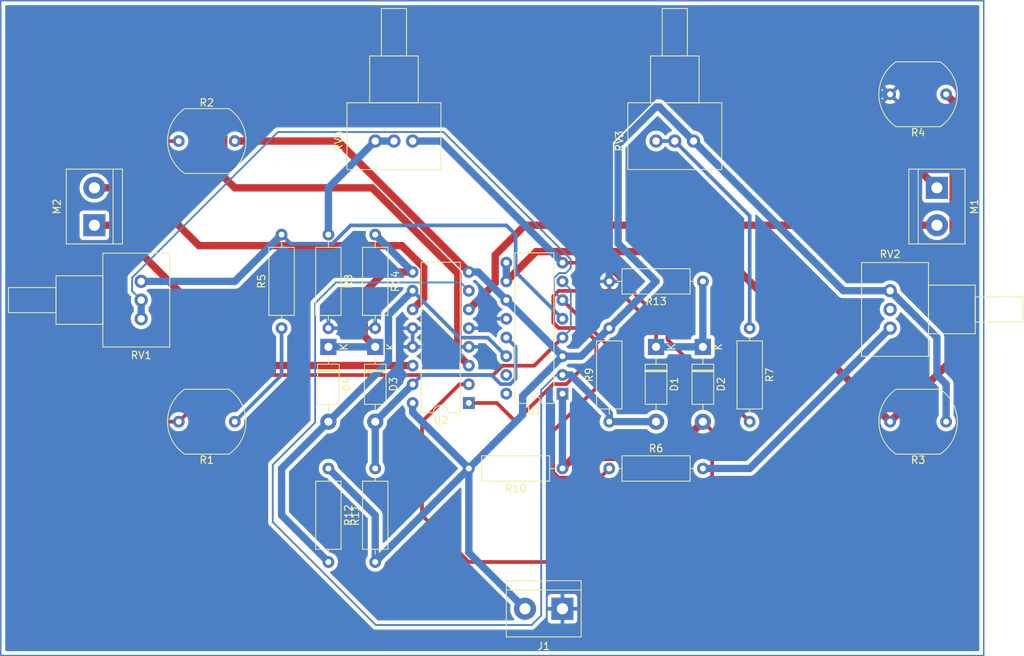
<source format=kicad_pcb>
(kicad_pcb (version 20221018) (generator pcbnew)
  (title_block (title "Solar Tracker Module ") (date "20.11.2023") (rev "1.0") (company "by Muxtar_Safarov"))
  (layers (0 "F.Cu" signal) (31 "B.Cu" signal) (34 "B.Paste" user) (35 "F.Paste" user) (36 "B.SilkS" user "B.Silkscreen") (37 "F.SilkS" user "F.Silkscreen") (38 "B.Mask" user) (39 "F.Mask" user) (44 "Edge.Cuts" user))
  (net 0 "")
  (net 1 "1")
  (net 2 "7")
  (net 3 "Net-(D2-A)")
  (net 4 "Net-(D3-K)")
  (net 5 "15")
  (net 6 "10")
  (net 7 "Earth")
  (net 8 "+12V")
  (net 9 "Net-(M1-+)")
  (net 10 "Net-(M1--)")
  (net 11 "Net-(M2-+)")
  (net 12 "Net-(M2--)")
  (net 13 "Net-(R1-Pad1)")
  (net 14 "Net-(U1A--)")
  (net 15 "Net-(U1C--)")
  (net 16 "Net-(U1A-+)")
  (net 17 "Net-(U1B--)")
  (net 18 "Net-(R6-Pad2)")
  (net 19 "Net-(R7-Pad1)")
  (net 20 "Net-(U1D--)")
  (net 21 "Net-(R8-Pad1)")
  (footprint "Diode_THT:D_DO-41_SOD81_P10.16mm_Horizontal" (layer "F.Cu") (at 114.3 154.94 -90)
    (fp_text reference "D2" (at 5.08 -2.47 90) (layer "F.SilkS"))
    (fp_text value "1N4007")
    (fp_text user "K" (at 0 -2.1 90) (layer "F.SilkS"))
    (fp_line (start 1.34 0) (end 2.36 0) (stroke (width 0.12)) (layer "F.SilkS"))
    (fp_line (start 2.36 -1.47) (end 2.36 1.47) (stroke (width 0.12)) (layer "F.SilkS"))
    (fp_line (start 2.36 1.47) (end 7.8 1.47) (stroke (width 0.12)) (layer "F.SilkS"))
    (fp_line (start 3.14 -1.47) (end 3.14 1.47) (stroke (width 0.12)) (layer "F.SilkS"))
    (fp_line (start 3.26 -1.47) (end 3.26 1.47) (stroke (width 0.12)) (layer "F.SilkS"))
    (fp_line (start 3.38 -1.47) (end 3.38 1.47) (stroke (width 0.12)) (layer "F.SilkS"))
    (fp_line (start 7.8 -1.47) (end 2.36 -1.47) (stroke (width 0.12)) (layer "F.SilkS"))
    (fp_line (start 7.8 1.47) (end 7.8 -1.47) (stroke (width 0.12)) (layer "F.SilkS"))
    (fp_line (start 8.82 0) (end 7.8 0) (stroke (width 0.12)) (layer "F.SilkS"))
    (pad "1" thru_hole rect (at 0 0 270) (size 2.2 2.2) (drill 1.1) (layers "*.Cu" "*.Mask") (net 1 "1"))
    (pad "2" thru_hole oval (at 10.16 0 270) (size 2.2 2.2) (drill 1.1) (layers "*.Cu" "*.Mask") (net 3 "Net-(D2-A)"))
  )
  (footprint "Diode_THT:D_DO-41_SOD81_P10.16mm_Horizontal" (layer "F.Cu") (at 69.85 154.94 -90)
    (fp_text reference "D3" (at 5.08 -2.47 90) (layer "F.SilkS"))
    (fp_text value "1N4007")
    (fp_text user "K" (at 0 -2.1 90) (layer "F.SilkS"))
    (fp_line (start 1.34 0) (end 2.36 0) (stroke (width 0.12)) (layer "F.SilkS"))
    (fp_line (start 2.36 -1.47) (end 2.36 1.47) (stroke (width 0.12)) (layer "F.SilkS"))
    (fp_line (start 2.36 1.47) (end 7.8 1.47) (stroke (width 0.12)) (layer "F.SilkS"))
    (fp_line (start 3.14 -1.47) (end 3.14 1.47) (stroke (width 0.12)) (layer "F.SilkS"))
    (fp_line (start 3.26 -1.47) (end 3.26 1.47) (stroke (width 0.12)) (layer "F.SilkS"))
    (fp_line (start 3.38 -1.47) (end 3.38 1.47) (stroke (width 0.12)) (layer "F.SilkS"))
    (fp_line (start 7.8 -1.47) (end 2.36 -1.47) (stroke (width 0.12)) (layer "F.SilkS"))
    (fp_line (start 7.8 1.47) (end 7.8 -1.47) (stroke (width 0.12)) (layer "F.SilkS"))
    (fp_line (start 8.82 0) (end 7.8 0) (stroke (width 0.12)) (layer "F.SilkS"))
    (pad "1" thru_hole rect (at 0 0 270) (size 2.2 2.2) (drill 1.1) (layers "*.Cu" "*.Mask") (net 4 "Net-(D3-K)"))
    (pad "2" thru_hole oval (at 10.16 0 270) (size 2.2 2.2) (drill 1.1) (layers "*.Cu" "*.Mask") (net 5 "15"))
  )
  (footprint "Package_DIP:DIP-16_W7.62mm" (layer "F.Cu") (at 82.55 162.56 180)
    (fp_text reference "U2" (at 3.81 -2.33) (layer "F.SilkS"))
    (fp_text value "L293D")
    (fp_line (start 1.16 -1.33) (end 1.16 19.11) (stroke (width 0.12)) (layer "F.SilkS"))
    (fp_line (start 1.16 19.11) (end 6.46 19.11) (stroke (width 0.12)) (layer "F.SilkS"))
    (fp_line (start 2.81 -1.33) (end 1.16 -1.33) (stroke (width 0.12)) (layer "F.SilkS"))
    (fp_line (start 6.46 -1.33) (end 4.81 -1.33) (stroke (width 0.12)) (layer "F.SilkS"))
    (fp_line (start 6.46 19.11) (end 6.46 -1.33) (stroke (width 0.12)) (layer "F.SilkS"))
    (fp_arc (start 4.81 -1.33) (mid 3.81 -0.33) (end 2.81 -1.33) (stroke (width 0.12)) (layer "F.SilkS"))
    (pad "1" thru_hole rect (at 0 0 180) (size 1.6 1.6) (drill 0.8) (layers "*.Cu" "*.Mask") (net 1 "1"))
    (pad "2" thru_hole oval (at 0 2.54 180) (size 1.6 1.6) (drill 0.8) (layers "*.Cu" "*.Mask") (net 3 "Net-(D2-A)"))
    (pad "3" thru_hole oval (at 0 5.08 180) (size 1.6 1.6) (drill 0.8) (layers "*.Cu" "*.Mask") (net 9 "Net-(M1-+)"))
    (pad "4" thru_hole oval (at 0 7.62 180) (size 1.6 1.6) (drill 0.8) (layers "*.Cu" "*.Mask") (net 7 "Earth"))
    (pad "5" thru_hole oval (at 0 10.16 180) (size 1.6 1.6) (drill 0.8) (layers "*.Cu" "*.Mask") (net 7 "Earth"))
    (pad "6" thru_hole oval (at 0 12.7 180) (size 1.6 1.6) (drill 0.8) (layers "*.Cu" "*.Mask") (net 10 "Net-(M1--)"))
    (pad "7" thru_hole oval (at 0 15.24 180) (size 1.6 1.6) (drill 0.8) (layers "*.Cu" "*.Mask") (net 2 "7"))
    (pad "8" thru_hole oval (at 0 17.78 180) (size 1.6 1.6) (drill 0.8) (layers "*.Cu" "*.Mask") (net 8 "+12V"))
    (pad "9" thru_hole oval (at 7.62 17.78 180) (size 1.6 1.6) (drill 0.8) (layers "*.Cu" "*.Mask") (net 4 "Net-(D3-K)"))
    (pad "10" thru_hole oval (at 7.62 15.24 180) (size 1.6 1.6) (drill 0.8) (layers "*.Cu" "*.Mask") (net 6 "10"))
    (pad "11" thru_hole oval (at 7.62 12.7 180) (size 1.6 1.6) (drill 0.8) (layers "*.Cu" "*.Mask") (net 12 "Net-(M2--)"))
    (pad "12" thru_hole oval (at 7.62 10.16 180) (size 1.6 1.6) (drill 0.8) (layers "*.Cu" "*.Mask") (net 7 "Earth"))
    (pad "13" thru_hole oval (at 7.62 7.62 180) (size 1.6 1.6) (drill 0.8) (layers "*.Cu" "*.Mask") (net 7 "Earth"))
    (pad "14" thru_hole oval (at 7.62 5.08 180) (size 1.6 1.6) (drill 0.8) (layers "*.Cu" "*.Mask") (net 11 "Net-(M2-+)"))
    (pad "15" thru_hole oval (at 7.62 2.54 180) (size 1.6 1.6) (drill 0.8) (layers "*.Cu" "*.Mask") (net 5 "15"))
    (pad "16" thru_hole oval (at 7.62 0 180) (size 1.6 1.6) (drill 0.8) (layers "*.Cu" "*.Mask") (net 8 "+12V"))
  )
  (footprint "Resistor_THT:R_Axial_DIN0309_L9.0mm_D3.2mm_P12.70mm_Horizontal" (layer "F.Cu") (at 101.6 165.1 90)
    (fp_text reference "R9" (at 6.35 -2.72 90) (layer "F.SilkS"))
    (fp_text value "10K")
    (fp_line (start 1.04 0) (end 1.73 0) (stroke (width 0.12)) (layer "F.SilkS"))
    (fp_line (start 1.73 -1.72) (end 1.73 1.72) (stroke (width 0.12)) (layer "F.SilkS"))
    (fp_line (start 1.73 1.72) (end 10.97 1.72) (stroke (width 0.12)) (layer "F.SilkS"))
    (fp_line (start 10.97 -1.72) (end 1.73 -1.72) (stroke (width 0.12)) (layer "F.SilkS"))
    (fp_line (start 10.97 1.72) (end 10.97 -1.72) (stroke (width 0.12)) (layer "F.SilkS"))
    (fp_line (start 11.66 0) (end 10.97 0) (stroke (width 0.12)) (layer "F.SilkS"))
    (pad "1" thru_hole circle (at 0 0 90) (size 1.6 1.6) (drill 0.8) (layers "*.Cu" "*.Mask") (net 2 "7"))
    (pad "2" thru_hole oval (at 12.7 0 90) (size 1.6 1.6) (drill 0.8) (layers "*.Cu" "*.Mask") (net 8 "+12V"))
  )
  (footprint "TerminalBlock:TerminalBlock_bornier-2_P5.08mm" (layer "F.Cu") (at 146.05 133.35 -90)
    (fp_text reference "M1" (at 2.54 -5.08 90) (layer "F.SilkS"))
    (fp_text value "Motor_DC")
    (fp_line (start -2.54 -3.81) (end -2.54 3.81) (stroke (width 0.12)) (layer "F.SilkS"))
    (fp_line (start -2.54 3.81) (end 7.62 3.81) (stroke (width 0.12)) (layer "F.SilkS"))
    (fp_line (start 7.62 -3.81) (end -2.54 -3.81) (stroke (width 0.12)) (layer "F.SilkS"))
    (fp_line (start 7.62 2.54) (end -2.54 2.54) (stroke (width 0.12)) (layer "F.SilkS"))
    (fp_line (start 7.62 3.81) (end 7.62 -3.81) (stroke (width 0.12)) (layer "F.SilkS"))
    (pad "1" thru_hole rect (at 0 0 270) (size 3 3) (drill 1.52) (layers "*.Cu" "*.Mask") (net 9 "Net-(M1-+)"))
    (pad "2" thru_hole circle (at 5.08 0 270) (size 3 3) (drill 1.52) (layers "*.Cu" "*.Mask") (net 10 "Net-(M1--)"))
  )
  (footprint "Resistor_THT:R_Axial_DIN0309_L9.0mm_D3.2mm_P12.70mm_Horizontal" (layer "F.Cu") (at 69.85 139.7 -90)
    (fp_text reference "R14" (at 6.35 -2.72 90) (layer "F.SilkS"))
    (fp_text value "22K")
    (fp_line (start 1.04 0) (end 1.73 0) (stroke (width 0.12)) (layer "F.SilkS"))
    (fp_line (start 1.73 -1.72) (end 1.73 1.72) (stroke (width 0.12)) (layer "F.SilkS"))
    (fp_line (start 1.73 1.72) (end 10.97 1.72) (stroke (width 0.12)) (layer "F.SilkS"))
    (fp_line (start 10.97 -1.72) (end 1.73 -1.72) (stroke (width 0.12)) (layer "F.SilkS"))
    (fp_line (start 10.97 1.72) (end 10.97 -1.72) (stroke (width 0.12)) (layer "F.SilkS"))
    (fp_line (start 11.66 0) (end 10.97 0) (stroke (width 0.12)) (layer "F.SilkS"))
    (pad "1" thru_hole circle (at 0 0 270) (size 1.6 1.6) (drill 0.8) (layers "*.Cu" "*.Mask") (net 4 "Net-(D3-K)"))
    (pad "2" thru_hole oval (at 12.7 0 270) (size 1.6 1.6) (drill 0.8) (layers "*.Cu" "*.Mask") (net 7 "Earth"))
  )
  (footprint "Resistor_THT:R_Axial_DIN0309_L9.0mm_D3.2mm_P12.70mm_Horizontal" (layer "F.Cu") (at 69.85 184.15 90)
    (fp_text reference "R11" (at 6.35 -2.72 90) (layer "F.SilkS"))
    (fp_text value "10K")
    (fp_line (start 1.04 0) (end 1.73 0) (stroke (width 0.12)) (layer "F.SilkS"))
    (fp_line (start 1.73 -1.72) (end 1.73 1.72) (stroke (width 0.12)) (layer "F.SilkS"))
    (fp_line (start 1.73 1.72) (end 10.97 1.72) (stroke (width 0.12)) (layer "F.SilkS"))
    (fp_line (start 10.97 -1.72) (end 1.73 -1.72) (stroke (width 0.12)) (layer "F.SilkS"))
    (fp_line (start 10.97 1.72) (end 10.97 -1.72) (stroke (width 0.12)) (layer "F.SilkS"))
    (fp_line (start 11.66 0) (end 10.97 0) (stroke (width 0.12)) (layer "F.SilkS"))
    (pad "1" thru_hole circle (at 0 0 90) (size 1.6 1.6) (drill 0.8) (layers "*.Cu" "*.Mask") (net 8 "+12V"))
    (pad "2" thru_hole oval (at 12.7 0 90) (size 1.6 1.6) (drill 0.8) (layers "*.Cu" "*.Mask") (net 5 "15"))
  )
  (footprint "Resistor_THT:R_Axial_DIN0309_L9.0mm_D3.2mm_P12.70mm_Horizontal" (layer "F.Cu") (at 63.5 171.45 -90)
    (fp_text reference "R12" (at 6.35 -2.72 90) (layer "F.SilkS"))
    (fp_text value "10K")
    (fp_line (start 1.04 0) (end 1.73 0) (stroke (width 0.12)) (layer "F.SilkS"))
    (fp_line (start 1.73 -1.72) (end 1.73 1.72) (stroke (width 0.12)) (layer "F.SilkS"))
    (fp_line (start 1.73 1.72) (end 10.97 1.72) (stroke (width 0.12)) (layer "F.SilkS"))
    (fp_line (start 10.97 -1.72) (end 1.73 -1.72) (stroke (width 0.12)) (layer "F.SilkS"))
    (fp_line (start 10.97 1.72) (end 10.97 -1.72) (stroke (width 0.12)) (layer "F.SilkS"))
    (fp_line (start 11.66 0) (end 10.97 0) (stroke (width 0.12)) (layer "F.SilkS"))
    (pad "1" thru_hole circle (at 0 0 270) (size 1.6 1.6) (drill 0.8) (layers "*.Cu" "*.Mask") (net 8 "+12V"))
    (pad "2" thru_hole oval (at 12.7 0 270) (size 1.6 1.6) (drill 0.8) (layers "*.Cu" "*.Mask") (net 6 "10"))
  )
  (footprint "TerminalBlock:TerminalBlock_bornier-2_P5.08mm" (layer "F.Cu") (at 31.75 138.43 90)
    (fp_text reference "M2" (at 2.54 -5.08 90) (layer "F.SilkS"))
    (fp_text value "Motor_DC")
    (fp_line (start -2.54 -3.81) (end -2.54 3.81) (stroke (width 0.12)) (layer "F.SilkS"))
    (fp_line (start -2.54 3.81) (end 7.62 3.81) (stroke (width 0.12)) (layer "F.SilkS"))
    (fp_line (start 7.62 -3.81) (end -2.54 -3.81) (stroke (width 0.12)) (layer "F.SilkS"))
    (fp_line (start 7.62 2.54) (end -2.54 2.54) (stroke (width 0.12)) (layer "F.SilkS"))
    (fp_line (start 7.62 3.81) (end 7.62 -3.81) (stroke (width 0.12)) (layer "F.SilkS"))
    (pad "1" thru_hole rect (at 0 0 90) (size 3 3) (drill 1.52) (layers "*.Cu" "*.Mask") (net 11 "Net-(M2-+)"))
    (pad "2" thru_hole circle (at 5.08 0 90) (size 3 3) (drill 1.52) (layers "*.Cu" "*.Mask") (net 12 "Net-(M2--)"))
  )
  (footprint "Resistor_THT:R_Axial_DIN0309_L9.0mm_D3.2mm_P12.70mm_Horizontal" (layer "F.Cu") (at 120.65 152.4 -90)
    (fp_text reference "R7" (at 6.35 -2.72 90) (layer "F.SilkS"))
    (fp_text value "12k")
    (fp_line (start 1.04 0) (end 1.73 0) (stroke (width 0.12)) (layer "F.SilkS"))
    (fp_line (start 1.73 -1.72) (end 1.73 1.72) (stroke (width 0.12)) (layer "F.SilkS"))
    (fp_line (start 1.73 1.72) (end 10.97 1.72) (stroke (width 0.12)) (layer "F.SilkS"))
    (fp_line (start 10.97 -1.72) (end 1.73 -1.72) (stroke (width 0.12)) (layer "F.SilkS"))
    (fp_line (start 10.97 1.72) (end 10.97 -1.72) (stroke (width 0.12)) (layer "F.SilkS"))
    (fp_line (start 11.66 0) (end 10.97 0) (stroke (width 0.12)) (layer "F.SilkS"))
    (pad "1" thru_hole circle (at 0 0 270) (size 1.6 1.6) (drill 0.8) (layers "*.Cu" "*.Mask") (net 19 "Net-(R7-Pad1)"))
    (pad "2" thru_hole oval (at 12.7 0 270) (size 1.6 1.6) (drill 0.8) (layers "*.Cu" "*.Mask") (net 20 "Net-(U1D--)"))
  )
  (footprint "Resistor_THT:R_Axial_DIN0309_L9.0mm_D3.2mm_P12.70mm_Horizontal" (layer "F.Cu") (at 63.5 139.7 -90)
    (fp_text reference "R8" (at 6.35 -2.72 90) (layer "F.SilkS"))
    (fp_text value "50k")
    (fp_line (start 1.04 0) (end 1.73 0) (stroke (width 0.12)) (layer "F.SilkS"))
    (fp_line (start 1.73 -1.72) (end 1.73 1.72) (stroke (width 0.12)) (layer "F.SilkS"))
    (fp_line (start 1.73 1.72) (end 10.97 1.72) (stroke (width 0.12)) (layer "F.SilkS"))
    (fp_line (start 10.97 -1.72) (end 1.73 -1.72) (stroke (width 0.12)) (layer "F.SilkS"))
    (fp_line (start 10.97 1.72) (end 10.97 -1.72) (stroke (width 0.12)) (layer "F.SilkS"))
    (fp_line (start 11.66 0) (end 10.97 0) (stroke (width 0.12)) (layer "F.SilkS"))
    (pad "1" thru_hole circle (at 0 0 270) (size 1.6 1.6) (drill 0.8) (layers "*.Cu" "*.Mask") (net 21 "Net-(R8-Pad1)"))
    (pad "2" thru_hole oval (at 12.7 0 270) (size 1.6 1.6) (drill 0.8) (layers "*.Cu" "*.Mask") (net 7 "Earth"))
  )
  (footprint "Resistor_THT:R_Axial_DIN0309_L9.0mm_D3.2mm_P12.70mm_Horizontal" (layer "F.Cu") (at 114.3 146.05 180)
    (fp_text reference "R13" (at 6.35 -2.72) (layer "F.SilkS"))
    (fp_text value "22K")
    (fp_line (start 1.04 0) (end 1.73 0) (stroke (width 0.12)) (layer "F.SilkS"))
    (fp_line (start 1.73 -1.72) (end 1.73 1.72) (stroke (width 0.12)) (layer "F.SilkS"))
    (fp_line (start 1.73 1.72) (end 10.97 1.72) (stroke (width 0.12)) (layer "F.SilkS"))
    (fp_line (start 10.97 -1.72) (end 1.73 -1.72) (stroke (width 0.12)) (layer "F.SilkS"))
    (fp_line (start 10.97 1.72) (end 10.97 -1.72) (stroke (width 0.12)) (layer "F.SilkS"))
    (fp_line (start 11.66 0) (end 10.97 0) (stroke (width 0.12)) (layer "F.SilkS"))
    (pad "1" thru_hole circle (at 0 0 180) (size 1.6 1.6) (drill 0.8) (layers "*.Cu" "*.Mask") (net 1 "1"))
    (pad "2" thru_hole oval (at 12.7 0 180) (size 1.6 1.6) (drill 0.8) (layers "*.Cu" "*.Mask") (net 7 "Earth"))
  )
  (footprint "Potentiometer_THT:Potentiometer_Vishay_148-149_Single_Horizontal" (layer "F.Cu") (at 74.93 127 90)
    (fp_text reference "RV4" (at 0 -10.04 90) (layer "F.SilkS"))
    (fp_text value "47K")
    (fp_line (start -3.87 -8.91) (end -3.87 3.83) (stroke (width 0.12)) (layer "F.SilkS"))
    (fp_line (start -3.87 -8.91) (end 5.2 -8.91) (stroke (width 0.12)) (layer "F.SilkS"))
    (fp_line (start -3.87 3.83) (end 5.2 3.83) (stroke (width 0.12)) (layer "F.SilkS"))
    (fp_line (start 5.2 -8.91) (end 5.2 3.83) (stroke (width 0.12)) (layer "F.SilkS"))
    (fp_line (start 5.2 -5.835) (end 5.2 0.755) (stroke (width 0.12)) (layer "F.SilkS"))
    (fp_line (start 5.2 -5.835) (end 11.55 -5.835) (stroke (width 0.12)) (layer "F.SilkS"))
    (fp_line (start 5.2 0.755) (end 11.55 0.755) (stroke (width 0.12)) (layer "F.SilkS"))
    (fp_line (start 11.55 -5.835) (end 11.55 0.755) (stroke (width 0.12)) (layer "F.SilkS"))
    (fp_line (start 11.55 -4.244) (end 11.55 -0.835) (stroke (width 0.12)) (layer "F.SilkS"))
    (fp_line (start 11.55 -4.244) (end 18 -4.244) (stroke (width 0.12)) (layer "F.SilkS"))
    (fp_line (start 11.55 -0.835) (end 18 -0.835) (stroke (width 0.12)) (layer "F.SilkS"))
    (fp_line (start 18 -4.244) (end 18 -0.835) (stroke (width 0.12)) (layer "F.SilkS"))
    (pad "1" thru_hole circle (at 0 0 90) (size 1.8 1.8) (drill 1) (layers "*.Cu" "*.Mask") (net 20 "Net-(U1D--)"))
    (pad "2" thru_hole circle (at 0 -2.54 90) (size 1.8 1.8) (drill 1) (layers "*.Cu" "*.Mask") (net 21 "Net-(R8-Pad1)"))
    (pad "3" thru_hole circle (at 0 -5.08 90) (size 1.8 1.8) (drill 1) (layers "*.Cu" "*.Mask") (net 21 "Net-(R8-Pad1)"))
  )
  (footprint "Resistor_THT:R_Axial_DIN0309_L9.0mm_D3.2mm_P12.70mm_Horizontal" (layer "F.Cu") (at 95.25 171.45 180)
    (fp_text reference "R10" (at 6.35 -2.72) (layer "F.SilkS"))
    (fp_text value "10K")
    (fp_line (start 1.04 0) (end 1.73 0) (stroke (width 0.12)) (layer "F.SilkS"))
    (fp_line (start 1.73 -1.72) (end 1.73 1.72) (stroke (width 0.12)) (layer "F.SilkS"))
    (fp_line (start 1.73 1.72) (end 10.97 1.72) (stroke (width 0.12)) (layer "F.SilkS"))
    (fp_line (start 10.97 -1.72) (end 1.73 -1.72) (stroke (width 0.12)) (layer "F.SilkS"))
    (fp_line (start 10.97 1.72) (end 10.97 -1.72) (stroke (width 0.12)) (layer "F.SilkS"))
    (fp_line (start 11.66 0) (end 10.97 0) (stroke (width 0.12)) (layer "F.SilkS"))
    (pad "1" thru_hole circle (at 0 0 180) (size 1.6 1.6) (drill 0.8) (layers "*.Cu" "*.Mask") (net 3 "Net-(D2-A)"))
    (pad "2" thru_hole oval (at 12.7 0 180) (size 1.6 1.6) (drill 0.8) (layers "*.Cu" "*.Mask") (net 8 "+12V"))
  )
  (footprint "TerminalBlock:TerminalBlock_bornier-2_P5.08mm" (layer "F.Cu") (at 95.25 190.5 180)
    (fp_text reference "J1" (at 2.54 -5.08) (layer "F.SilkS"))
    (fp_text value "Screw_Terminal_01x02")
    (fp_line (start -2.54 -3.81) (end -2.54 3.81) (stroke (width 0.12)) (layer "F.SilkS"))
    (fp_line (start -2.54 3.81) (end 7.62 3.81) (stroke (width 0.12)) (layer "F.SilkS"))
    (fp_line (start 7.62 -3.81) (end -2.54 -3.81) (stroke (width 0.12)) (layer "F.SilkS"))
    (fp_line (start 7.62 2.54) (end -2.54 2.54) (stroke (width 0.12)) (layer "F.SilkS"))
    (fp_line (start 7.62 3.81) (end 7.62 -3.81) (stroke (width 0.12)) (layer "F.SilkS"))
    (pad "1" thru_hole rect (at 0 0 180) (size 3 3) (drill 1.52) (layers "*.Cu" "*.Mask") (net 7 "Earth"))
    (pad "2" thru_hole circle (at 5.08 0 180) (size 3 3) (drill 1.52) (layers "*.Cu" "*.Mask") (net 8 "+12V"))
  )
  (footprint "OptoDevice:R_LDR_10x8.5mm_P7.6mm_Vertical" (layer "F.Cu") (at 147.3 165.1 180)
    (fp_text reference "R3" (at 3.8 -5.2) (layer "F.SilkS"))
    (fp_text value "LDR3")
    (fp_line (start 0.8 -4.4) (end 6.8 -4.4) (stroke (width 0.12)) (layer "F.SilkS"))
    (fp_line (start 0.8 4.4) (end 6.8 4.4) (stroke (width 0.12)) (layer "F.SilkS"))
    (fp_arc (start 0.8 4.4) (mid -1.525374 0.019809) (end 0.76735 -4.37756) (stroke (width 0.12)) (layer "F.SilkS"))
    (fp_arc (start 6.8 -4.4) (mid 9.125374 -0.019809) (end 6.83265 4.37756) (stroke (width 0.12)) (layer "F.SilkS"))
    (pad "1" thru_hole circle (at 0 0 180) (size 1.6 1.6) (drill 0.8) (layers "*.Cu" "*.Mask") (net 8 "+12V"))
    (pad "2" thru_hole circle (at 7.6 0 180) (size 1.6 1.6) (drill 0.8) (layers "*.Cu" "*.Mask") (net 15 "Net-(U1C--)"))
  )
  (footprint "OptoDevice:R_LDR_10x8.5mm_P7.6mm_Vertical" (layer "F.Cu") (at 50.8 165.1 180)
    (fp_text reference "R1" (at 3.8 -5.2) (layer "F.SilkS"))
    (fp_text value "LDR1")
    (fp_line (start 0.8 -4.4) (end 6.8 -4.4) (stroke (width 0.12)) (layer "F.SilkS"))
    (fp_line (start 0.8 4.4) (end 6.8 4.4) (stroke (width 0.12)) (layer "F.SilkS"))
    (fp_arc (start 0.8 4.4) (mid -1.525374 0.019809) (end 0.76735 -4.37756) (stroke (width 0.12)) (layer "F.SilkS"))
    (fp_arc (start 6.8 -4.4) (mid 9.125374 -0.019809) (end 6.83265 4.37756) (stroke (width 0.12)) (layer "F.SilkS"))
    (pad "1" thru_hole circle (at 0 0 180) (size 1.6 1.6) (drill 0.8) (layers "*.Cu" "*.Mask") (net 13 "Net-(R1-Pad1)"))
    (pad "2" thru_hole circle (at 7.6 0 180) (size 1.6 1.6) (drill 0.8) (layers "*.Cu" "*.Mask") (net 14 "Net-(U1A--)"))
  )
  (footprint "Resistor_THT:R_Axial_DIN0309_L9.0mm_D3.2mm_P12.70mm_Horizontal" (layer "F.Cu") (at 57.15 152.4 90)
    (fp_text reference "R5" (at 6.35 -2.72 90) (layer "F.SilkS"))
    (fp_text value "50K")
    (fp_line (start 1.04 0) (end 1.73 0) (stroke (width 0.12)) (layer "F.SilkS"))
    (fp_line (start 1.73 -1.72) (end 1.73 1.72) (stroke (width 0.12)) (layer "F.SilkS"))
    (fp_line (start 1.73 1.72) (end 10.97 1.72) (stroke (width 0.12)) (layer "F.SilkS"))
    (fp_line (start 10.97 -1.72) (end 1.73 -1.72) (stroke (width 0.12)) (layer "F.SilkS"))
    (fp_line (start 10.97 1.72) (end 10.97 -1.72) (stroke (width 0.12)) (layer "F.SilkS"))
    (fp_line (start 11.66 0) (end 10.97 0) (stroke (width 0.12)) (layer "F.SilkS"))
    (pad "1" thru_hole circle (at 0 0 90) (size 1.6 1.6) (drill 0.8) (layers "*.Cu" "*.Mask") (net 13 "Net-(R1-Pad1)"))
    (pad "2" thru_hole oval (at 12.7 0 90) (size 1.6 1.6) (drill 0.8) (layers "*.Cu" "*.Mask") (net 16 "Net-(U1A-+)"))
  )
  (footprint "Potentiometer_THT:Potentiometer_Vishay_148-149_Single_Horizontal" (layer "F.Cu") (at 139.7 152.4)
    (fp_text reference "RV2" (at 0 -10.04) (layer "F.SilkS"))
    (fp_text value "100K")
    (fp_line (start -3.87 -8.91) (end -3.87 3.83) (stroke (width 0.12)) (layer "F.SilkS"))
    (fp_line (start -3.87 -8.91) (end 5.2 -8.91) (stroke (width 0.12)) (layer "F.SilkS"))
    (fp_line (start -3.87 3.83) (end 5.2 3.83) (stroke (width 0.12)) (layer "F.SilkS"))
    (fp_line (start 5.2 -8.91) (end 5.2 3.83) (stroke (width 0.12)) (layer "F.SilkS"))
    (fp_line (start 5.2 -5.835) (end 5.2 0.755) (stroke (width 0.12)) (layer "F.SilkS"))
    (fp_line (start 5.2 -5.835) (end 11.55 -5.835) (stroke (width 0.12)) (layer "F.SilkS"))
    (fp_line (start 5.2 0.755) (end 11.55 0.755) (stroke (width 0.12)) (layer "F.SilkS"))
    (fp_line (start 11.55 -5.835) (end 11.55 0.755) (stroke (width 0.12)) (layer "F.SilkS"))
    (fp_line (start 11.55 -4.244) (end 11.55 -0.835) (stroke (width 0.12)) (layer "F.SilkS"))
    (fp_line (start 11.55 -4.244) (end 18 -4.244) (stroke (width 0.12)) (layer "F.SilkS"))
    (fp_line (start 11.55 -0.835) (end 18 -0.835) (stroke (width 0.12)) (layer "F.SilkS"))
    (fp_line (start 18 -4.244) (end 18 -0.835) (stroke (width 0.12)) (layer "F.SilkS"))
    (pad "1" thru_hole circle (at 0 0) (size 1.8 1.8) (drill 1) (layers "*.Cu" "*.Mask") (net 18 "Net-(R6-Pad2)"))
    (pad "2" thru_hole circle (at 0 -2.54) (size 1.8 1.8) (drill 1) (layers "*.Cu" "*.Mask") (net 18 "Net-(R6-Pad2)"))
    (pad "3" thru_hole circle (at 0 -5.08) (size 1.8 1.8) (drill 1) (layers "*.Cu" "*.Mask") (net 8 "+12V"))
  )
  (footprint "OptoDevice:R_LDR_10x8.5mm_P7.6mm_Vertical" (layer "F.Cu") (at 147.3 120.65 180)
    (fp_text reference "R4" (at 3.8 -5.2) (layer "F.SilkS"))
    (fp_text value "LDR4")
    (fp_line (start 0.8 -4.4) (end 6.8 -4.4) (stroke (width 0.12)) (layer "F.SilkS"))
    (fp_line (start 0.8 4.4) (end 6.8 4.4) (stroke (width 0.12)) (layer "F.SilkS"))
    (fp_arc (start 0.8 4.4) (mid -1.525374 0.019809) (end 0.76735 -4.37756) (stroke (width 0.12)) (layer "F.SilkS"))
    (fp_arc (start 6.8 -4.4) (mid 9.125374 -0.019809) (end 6.83265 4.37756) (stroke (width 0.12)) (layer "F.SilkS"))
    (pad "1" thru_hole circle (at 0 0 180) (size 1.6 1.6) (drill 0.8) (layers "*.Cu" "*.Mask") (net 15 "Net-(U1C--)"))
    (pad "2" thru_hole circle (at 7.6 0 180) (size 1.6 1.6) (drill 0.8) (layers "*.Cu" "*.Mask") (net 7 "Earth"))
  )
  (footprint "Diode_THT:D_DO-41_SOD81_P10.16mm_Horizontal" (layer "F.Cu") (at 107.95 154.94 -90)
    (fp_text reference "D1" (at 5.08 -2.47 90) (layer "F.SilkS"))
    (fp_text value "1N4007")
    (fp_text user "K" (at 0 -2.1 90) (layer "F.SilkS"))
    (fp_line (start 1.34 0) (end 2.36 0) (stroke (width 0.12)) (layer "F.SilkS"))
    (fp_line (start 2.36 -1.47) (end 2.36 1.47) (stroke (width 0.12)) (layer "F.SilkS"))
    (fp_line (start 2.36 1.47) (end 7.8 1.47) (stroke (width 0.12)) (layer "F.SilkS"))
    (fp_line (start 3.14 -1.47) (end 3.14 1.47) (stroke (width 0.12)) (layer "F.SilkS"))
    (fp_line (start 3.26 -1.47) (end 3.26 1.47) (stroke (width 0.12)) (layer "F.SilkS"))
    (fp_line (start 3.38 -1.47) (end 3.38 1.47) (stroke (width 0.12)) (layer "F.SilkS"))
    (fp_line (start 7.8 -1.47) (end 2.36 -1.47) (stroke (width 0.12)) (layer "F.SilkS"))
    (fp_line (start 7.8 1.47) (end 7.8 -1.47) (stroke (width 0.12)) (layer "F.SilkS"))
    (fp_line (start 8.82 0) (end 7.8 0) (stroke (width 0.12)) (layer "F.SilkS"))
    (pad "1" thru_hole rect (at 0 0 270) (size 2.2 2.2) (drill 1.1) (layers "*.Cu" "*.Mask") (net 1 "1"))
    (pad "2" thru_hole oval (at 10.16 0 270) (size 2.2 2.2) (drill 1.1) (layers "*.Cu" "*.Mask") (net 2 "7"))
  )
  (footprint "Diode_THT:D_DO-41_SOD81_P10.16mm_Horizontal" (layer "F.Cu") (at 63.5 154.94 -90)
    (fp_text reference "D4" (at 5.08 -2.47 90) (layer "F.SilkS"))
    (fp_text value "1N4007")
    (fp_text user "K" (at 0 -2.1 90) (layer "F.SilkS"))
    (fp_line (start 1.34 0) (end 2.36 0) (stroke (width 0.12)) (layer "F.SilkS"))
    (fp_line (start 2.36 -1.47) (end 2.36 1.47) (stroke (width 0.12)) (layer "F.SilkS"))
    (fp_line (start 2.36 1.47) (end 7.8 1.47) (stroke (width 0.12)) (layer "F.SilkS"))
    (fp_line (start 3.14 -1.47) (end 3.14 1.47) (stroke (width 0.12)) (layer "F.SilkS"))
    (fp_line (start 3.26 -1.47) (end 3.26 1.47) (stroke (width 0.12)) (layer "F.SilkS"))
    (fp_line (start 3.38 -1.47) (end 3.38 1.47) (stroke (width 0.12)) (layer "F.SilkS"))
    (fp_line (start 7.8 -1.47) (end 2.36 -1.47) (stroke (width 0.12)) (layer "F.SilkS"))
    (fp_line (start 7.8 1.47) (end 7.8 -1.47) (stroke (width 0.12)) (layer "F.SilkS"))
    (fp_line (start 8.82 0) (end 7.8 0) (stroke (width 0.12)) (layer "F.SilkS"))
    (pad "1" thru_hole rect (at 0 0 270) (size 2.2 2.2) (drill 1.1) (layers "*.Cu" "*.Mask") (net 4 "Net-(D3-K)"))
    (pad "2" thru_hole oval (at 10.16 0 270) (size 2.2 2.2) (drill 1.1) (layers "*.Cu" "*.Mask") (net 6 "10"))
  )
  (footprint "OptoDevice:R_LDR_10x8.5mm_P7.6mm_Vertical" (layer "F.Cu") (at 43.2 127)
    (fp_text reference "R2" (at 3.8 -5.2) (layer "F.SilkS"))
    (fp_text value "LDR2")
    (fp_line (start 0.8 -4.4) (end 6.8 -4.4) (stroke (width 0.12)) (layer "F.SilkS"))
    (fp_line (start 0.8 4.4) (end 6.8 4.4) (stroke (width 0.12)) (layer "F.SilkS"))
    (fp_arc (start 0.8 4.4) (mid -1.525374 0.019809) (end 0.76735 -4.37756) (stroke (width 0.12)) (layer "F.SilkS"))
    (fp_arc (start 6.8 -4.4) (mid 9.125374 -0.019809) (end 6.83265 4.37756) (stroke (width 0.12)) (layer "F.SilkS"))
    (pad "1" thru_hole circle (at 0 0) (size 1.6 1.6) (drill 0.8) (layers "*.Cu" "*.Mask") (net 14 "Net-(U1A--)"))
    (pad "2" thru_hole circle (at 7.6 0) (size 1.6 1.6) (drill 0.8) (layers "*.Cu" "*.Mask") (net 8 "+12V"))
  )
  (footprint "Resistor_THT:R_Axial_DIN0309_L9.0mm_D3.2mm_P12.70mm_Horizontal" (layer "F.Cu") (at 101.6 171.45)
    (fp_text reference "R6" (at 6.35 -2.72) (layer "F.SilkS"))
    (fp_text value "12K")
    (fp_line (start 1.04 0) (end 1.73 0) (stroke (width 0.12)) (layer "F.SilkS"))
    (fp_line (start 1.73 -1.72) (end 1.73 1.72) (stroke (width 0.12)) (layer "F.SilkS"))
    (fp_line (start 1.73 1.72) (end 10.97 1.72) (stroke (width 0.12)) (layer "F.SilkS"))
    (fp_line (start 10.97 -1.72) (end 1.73 -1.72) (stroke (width 0.12)) (layer "F.SilkS"))
    (fp_line (start 10.97 1.72) (end 10.97 -1.72) (stroke (width 0.12)) (layer "F.SilkS"))
    (fp_line (start 11.66 0) (end 10.97 0) (stroke (width 0.12)) (layer "F.SilkS"))
    (pad "1" thru_hole circle (at 0 0) (size 1.6 1.6) (drill 0.8) (layers "*.Cu" "*.Mask") (net 17 "Net-(U1B--)"))
    (pad "2" thru_hole oval (at 12.7 0) (size 1.6 1.6) (drill 0.8) (layers "*.Cu" "*.Mask") (net 18 "Net-(R6-Pad2)"))
  )
  (footprint "Package_DIP:DIP-16_W7.62mm" (layer "F.Cu") (at 95.25 161.29 180)
    (fp_text reference "U1" (at 3.81 -2.33) (layer "F.SilkS"))
    (fp_text value "LM339")
    (fp_line (start 1.16 -1.33) (end 1.16 19.11) (stroke (width 0.12)) (layer "F.SilkS"))
    (fp_line (start 1.16 19.11) (end 6.46 19.11) (stroke (width 0.12)) (layer "F.SilkS"))
    (fp_line (start 2.81 -1.33) (end 1.16 -1.33) (stroke (width 0.12)) (layer "F.SilkS"))
    (fp_line (start 6.46 -1.33) (end 4.81 -1.33) (stroke (width 0.12)) (layer "F.SilkS"))
    (fp_line (start 6.46 19.11) (end 6.46 -1.33) (stroke (width 0.12)) (layer "F.SilkS"))
    (fp_arc (start 4.81 -1.33) (mid 3.81 -0.33) (end 2.81 -1.33) (stroke (width 0.12)) (layer "F.SilkS"))
    (pad "1" thru_hole rect (at 0 0 180) (size 1.6 1.6) (drill 0.8) (layers "*.Cu" "*.Mask") (net 3 "Net-(D2-A)"))
    (pad "2" thru_hole oval (at 0 2.54 180) (size 1.6 1.6) (drill 0.8) (layers "*.Cu" "*.Mask") (net 2 "7"))
    (pad "3" thru_hole oval (at 0 5.08 180) (size 1.6 1.6) (drill 0.8) (layers "*.Cu" "*.Mask") (net 8 "+12V"))
    (pad "4" thru_hole oval (at 0 7.62 180) (size 1.6 1.6) (drill 0.8) (layers "*.Cu" "*.Mask") (net 14 "Net-(U1A--)"))
    (pad "5" thru_hole oval (at 0 10.16 180) (size 1.6 1.6) (drill 0.8) (layers "*.Cu" "*.Mask") (net 16 "Net-(U1A-+)"))
    (pad "6" thru_hole oval (at 0 12.7 180) (size 1.6 1.6) (drill 0.8) (layers "*.Cu" "*.Mask") (net 17 "Net-(U1B--)"))
    (pad "7" thru_hole oval (at 0 15.24 180) (size 1.6 1.6) (drill 0.8) (layers "*.Cu" "*.Mask") (net 14 "Net-(U1A--)"))
    (pad "8" thru_hole oval (at 0 17.78 180) (size 1.6 1.6) (drill 0.8) (layers "*.Cu" "*.Mask") (net 20 "Net-(U1D--)"))
    (pad "9" thru_hole oval (at 7.62 17.78 180) (size 1.6 1.6) (drill 0.8) (layers "*.Cu" "*.Mask") (net 15 "Net-(U1C--)"))
    (pad "10" thru_hole oval (at 7.62 15.24 180) (size 1.6 1.6) (drill 0.8) (layers "*.Cu" "*.Mask") (net 15 "Net-(U1C--)"))
    (pad "11" thru_hole oval (at 7.62 12.7 180) (size 1.6 1.6) (drill 0.8) (layers "*.Cu" "*.Mask") (net 8 "+12V"))
    (pad "12" thru_hole oval (at 7.62 10.16 180) (size 1.6 1.6) (drill 0.8) (layers "*.Cu" "*.Mask") (net 7 "Earth"))
    (pad "13" thru_hole oval (at 7.62 7.62 180) (size 1.6 1.6) (drill 0.8) (layers "*.Cu" "*.Mask") (net 5 "15"))
    (pad "14" thru_hole oval (at 7.62 5.08 180) (size 1.6 1.6) (drill 0.8) (layers "*.Cu" "*.Mask") (net 6 "10"))
    (pad "15" thru_hole oval (at 7.62 2.54 180) (size 1.6 1.6) (drill 0.8) (layers "*.Cu" "*.Mask"))
    (pad "16" thru_hole oval (at 7.62 0 180) (size 1.6 1.6) (drill 0.8) (layers "*.Cu" "*.Mask"))
  )
  (footprint "Potentiometer_THT:Potentiometer_Vishay_148-149_Single_Horizontal" (layer "F.Cu") (at 113.03 127 90)
    (fp_text reference "RV3" (at 0 -10.04 90) (layer "F.SilkS"))
    (fp_text value "100K")
    (fp_line (start -3.87 -8.91) (end -3.87 3.83) (stroke (width 0.12)) (layer "F.SilkS"))
    (fp_line (start -3.87 -8.91) (end 5.2 -8.91) (stroke (width 0.12)) (layer "F.SilkS"))
    (fp_line (start -3.87 3.83) (end 5.2 3.83) (stroke (width 0.12)) (layer "F.SilkS"))
    (fp_line (start 5.2 -8.91) (end 5.2 3.83) (stroke (width 0.12)) (layer "F.SilkS"))
    (fp_line (start 5.2 -5.835) (end 5.2 0.755) (stroke (width 0.12)) (layer "F.SilkS"))
    (fp_line (start 5.2 -5.835) (end 11.55 -5.835) (stroke (width 0.12)) (layer "F.SilkS"))
    (fp_line (start 5.2 0.755) (end 11.55 0.755) (stroke (width 0.12)) (layer "F.SilkS"))
    (fp_line (start 11.55 -5.835) (end 11.55 0.755) (stroke (width 0.12)) (layer "F.SilkS"))
    (fp_line (start 11.55 -4.244) (end 11.55 -0.835) (stroke (width 0.12)) (layer "F.SilkS"))
    (fp_line (start 11.55 -4.244) (end 18 -4.244) (stroke (width 0.12)) (layer "F.SilkS"))
    (fp_line (start 11.55 -0.835) (end 18 -0.835) (stroke (width 0.12)) (layer "F.SilkS"))
    (fp_line (start 18 -4.244) (end 18 -0.835) (stroke (width 0.12)) (layer "F.SilkS"))
    (pad "1" thru_hole circle (at 0 0 90) (size 1.8 1.8) (drill 1) (layers "*.Cu" "*.Mask") (net 8 "+12V"))
    (pad "2" thru_hole circle (at 0 -2.54 90) (size 1.8 1.8) (drill 1) (layers "*.Cu" "*.Mask") (net 19 "Net-(R7-Pad1)"))
    (pad "3" thru_hole circle (at 0 -5.08 90) (size 1.8 1.8) (drill 1) (layers "*.Cu" "*.Mask") (net 19 "Net-(R7-Pad1)"))
  )
  (footprint "Potentiometer_THT:Potentiometer_Vishay_148-149_Single_Horizontal" (layer "F.Cu") (at 38.1 146.05 180)
    (fp_text reference "RV1" (at 0 -10.04) (layer "F.SilkS"))
    (fp_text value "47K")
    (fp_line (start -3.87 -8.91) (end -3.87 3.83) (stroke (width 0.12)) (layer "F.SilkS"))
    (fp_line (start -3.87 -8.91) (end 5.2 -8.91) (stroke (width 0.12)) (layer "F.SilkS"))
    (fp_line (start -3.87 3.83) (end 5.2 3.83) (stroke (width 0.12)) (layer "F.SilkS"))
    (fp_line (start 5.2 -8.91) (end 5.2 3.83) (stroke (width 0.12)) (layer "F.SilkS"))
    (fp_line (start 5.2 -5.835) (end 5.2 0.755) (stroke (width 0.12)) (layer "F.SilkS"))
    (fp_line (start 5.2 -5.835) (end 11.55 -5.835) (stroke (width 0.12)) (layer "F.SilkS"))
    (fp_line (start 5.2 0.755) (end 11.55 0.755) (stroke (width 0.12)) (layer "F.SilkS"))
    (fp_line (start 11.55 -5.835) (end 11.55 0.755) (stroke (width 0.12)) (layer "F.SilkS"))
    (fp_line (start 11.55 -4.244) (end 11.55 -0.835) (stroke (width 0.12)) (layer "F.SilkS"))
    (fp_line (start 11.55 -4.244) (end 18 -4.244) (stroke (width 0.12)) (layer "F.SilkS"))
    (fp_line (start 11.55 -0.835) (end 18 -0.835) (stroke (width 0.12)) (layer "F.SilkS"))
    (fp_line (start 18 -4.244) (end 18 -0.835) (stroke (width 0.12)) (layer "F.SilkS"))
    (pad "1" thru_hole circle (at 0 0 180) (size 1.8 1.8) (drill 1) (layers "*.Cu" "*.Mask") (net 16 "Net-(U1A-+)"))
    (pad "2" thru_hole circle (at 0 -2.54 180) (size 1.8 1.8) (drill 1) (layers "*.Cu" "*.Mask") (net 17 "Net-(U1B--)"))
    (pad "3" thru_hole circle (at 0 -5.08 180) (size 1.8 1.8) (drill 1) (layers "*.Cu" "*.Mask") (net 17 "Net-(U1B--)"))
  )
  (gr_rect (start 19.05 107.95) (end 152.4 196.85) (stroke (width 0.2)) (fill none) (layer "B.Cu"))
  (segment (start 86.36 162.56) (end 88.9 165.1) (width 0.5) (layer "F.Cu") (net 1))
  (segment (start 94 160) (end 95.767767 160) (width 0.5) (layer "F.Cu") (net 1))
  (segment (start 107.95 152.4) (end 107.95 154.94) (width 0.5) (layer "F.Cu") (net 1))
  (segment (start 94 148.072233) (end 94.732233 147.34) (width 0.5) (layer "F.Cu") (net 1))
  (segment (start 95.767767 160) (end 99.835025 155.932742) (width 0.5) (layer "F.Cu") (net 1))
  (segment (start 99.835025 155.932742) (end 99.835025 154.164975) (width 0.5) (layer "F.Cu") (net 1))
  (segment (start 82.55 162.56) (end 86.36 162.56) (width 0.5) (layer "F.Cu") (net 1))
  (segment (start 98.05005 152.38) (end 94.732233 152.38) (width 0.5) (layer "F.Cu") (net 1))
  (segment (start 102.89 147.34) (end 107.95 152.4) (width 0.5) (layer "F.Cu") (net 1))
  (segment (start 94.732233 152.38) (end 94 151.647767) (width 0.5) (layer "F.Cu") (net 1))
  (segment (start 94.732233 147.34) (end 102.89 147.34) (width 0.5) (layer "F.Cu") (net 1))
  (segment (start 88.9 165.1) (end 94 160) (width 0.5) (layer "F.Cu") (net 1))
  (segment (start 99.835025 154.164975) (end 98.05005 152.38) (width 0.5) (layer "F.Cu") (net 1))
  (segment (start 94 151.647767) (end 94 148.072233) (width 0.5) (layer "F.Cu") (net 1))
  (segment (start 107.95 154.94) (end 114.3 154.94) (width 1) (layer "B.Cu") (net 1))
  (segment (start 114.3 154.94) (end 114.3 146.05) (width 1) (layer "B.Cu") (net 1))
  (segment (start 101.6 165.1) (end 107.95 165.1) (width 1) (layer "B.Cu") (net 2))
  (segment (start 55.95 178.721321) (end 55.95 170.952944) (width 0.25) (layer "B.Cu") (net 2))
  (segment (start 61.7 149.016726) (end 64.521726 146.195) (width 0.25) (layer "B.Cu") (net 2))
  (segment (start 91.08127 192.7) (end 69.928679 192.7) (width 0.25) (layer "B.Cu") (net 2))
  (segment (start 92.37 160.787056) (end 92.37 191.41127) (width 0.25) (layer "B.Cu") (net 2))
  (segment (start 101.6 165.1) (end 101.6 163.96863) (width 1) (layer "B.Cu") (net 2))
  (segment (start 64.521726 146.195) (end 81.425 146.195) (width 0.25) (layer "B.Cu") (net 2))
  (segment (start 92.37 191.41127) (end 91.08127 192.7) (width 0.25) (layer "B.Cu") (net 2))
  (segment (start 95.25 158.75) (end 94.407056 158.75) (width 0.25) (layer "B.Cu") (net 2))
  (segment (start 94.407056 158.75) (end 92.37 160.787056) (width 0.25) (layer "B.Cu") (net 2))
  (segment (start 69.928679 192.7) (end 55.95 178.721321) (width 0.25) (layer "B.Cu") (net 2))
  (segment (start 55.95 170.952944) (end 61.7 165.202944) (width 0.25) (layer "B.Cu") (net 2))
  (segment (start 96.38137 158.75) (end 95.25 158.75) (width 1) (layer "B.Cu") (net 2))
  (segment (start 101.6 163.96863) (end 96.38137 158.75) (width 1) (layer "B.Cu") (net 2))
  (segment (start 81.425 146.195) (end 82.55 147.32) (width 0.25) (layer "B.Cu") (net 2))
  (segment (start 61.7 165.202944) (end 61.7 149.016726) (width 0.25) (layer "B.Cu") (net 2))
  (segment (start 81.28 160.02) (end 76.2 165.1) (width 0.5) (layer "F.Cu") (net 3))
  (segment (start 95.25 184.15) (end 107.95 184.15) (width 0.5) (layer "F.Cu") (net 3))
  (segment (start 115.55 176.55) (end 114.3 177.8) (width 0.5) (layer "F.Cu") (net 3))
  (segment (start 76.2 165.1) (end 76.2 177.8) (width 0.5) (layer "F.Cu") (net 3))
  (segment (start 82.55 184.15) (end 95.25 184.15) (width 0.5) (layer "F.Cu") (net 3))
  (segment (start 109.45 169.95) (end 114.3 165.1) (width 1) (layer "F.Cu") (net 3))
  (segment (start 107.95 184.15) (end 114.3 177.8) (width 0.5) (layer "F.Cu") (net 3))
  (segment (start 82.55 160.02) (end 81.28 160.02) (width 0.5) (layer "F.Cu") (net 3))
  (segment (start 95.25 171.45) (end 96.75 169.95) (width 1) (layer "F.Cu") (net 3))
  (segment (start 76.2 177.8) (end 82.55 184.15) (width 0.5) (layer "F.Cu") (net 3))
  (segment (start 115.55 166.35) (end 115.55 176.55) (width 0.5) (layer "F.Cu") (net 3))
  (segment (start 114.3 165.1) (end 115.55 166.35) (width 0.5) (layer "F.Cu") (net 3))
  (segment (start 96.75 169.95) (end 109.45 169.95) (width 1) (layer "F.Cu") (net 3))
  (segment (start 95.25 171.45) (end 95.25 161.29) (width 1) (layer "B.Cu") (net 3))
  (segment (start 68.35 153.44) (end 68.35 147.55) (width 1) (layer "F.Cu") (net 4))
  (segment (start 69.85 154.94) (end 68.35 153.44) (width 1) (layer "F.Cu") (net 4))
  (segment (start 68.35 147.55) (end 71.12 144.78) (width 1) (layer "F.Cu") (net 4))
  (segment (start 71.12 144.78) (end 74.93 144.78) (width 1) (layer "F.Cu") (net 4))
  (segment (start 63.5 154.94) (end 69.85 154.94) (width 1) (layer "B.Cu") (net 4))
  (segment (start 69.85 139.7) (end 74.93 144.78) (width 1) (layer "B.Cu") (net 4))
  (segment (start 88.9 159.247767) (end 88.147767 160) (width 0.5) (layer "B.Cu") (net 5))
  (segment (start 87.63 153.67) (end 88.9 154.94) (width 0.5) (layer "B.Cu") (net 5))
  (segment (start 69.85 165.1) (end 74.93 160.02) (width 1) (layer "B.Cu") (net 5))
  (segment (start 69.85 165.1) (end 69.85 171.45) (width 1) (layer "B.Cu") (net 5))
  (segment (start 86.877767 160) (end 85.627767 158.75) (width 0.5) (layer "B.Cu") (net 5))
  (segment (start 88.9 154.94) (end 88.9 159.247767) (width 0.5) (layer "B.Cu") (net 5))
  (segment (start 88.147767 160) (end 86.877767 160) (width 0.5) (layer "B.Cu") (net 5))
  (segment (start 85.627767 158.75) (end 76.2 158.75) (width 0.5) (layer "B.Cu") (net 5))
  (segment (start 76.2 158.75) (end 74.93 160.02) (width 0.5) (layer "B.Cu") (net 5))
  (segment (start 74.93 147.32) (end 71.65 150.6) (width 1) (layer "B.Cu") (net 6))
  (segment (start 81.3 153.69) (end 74.93 147.32) (width 0.5) (layer "B.Cu") (net 6))
  (segment (start 57.15 177.8) (end 57.15 171.45) (width 1) (layer "B.Cu") (net 6))
  (segment (start 71.65 150.6) (end 71.65 156.95) (width 1) (layer "B.Cu") (net 6))
  (segment (start 57.15 171.45) (end 63.5 165.1) (width 1) (layer "B.Cu") (net 6))
  (segment (start 87.63 156.21) (end 85.11 153.69) (width 0.5) (layer "B.Cu") (net 6))
  (segment (start 71.65 156.95) (end 63.5 165.1) (width 1) (layer "B.Cu") (net 6))
  (segment (start 63.5 184.15) (end 57.15 177.8) (width 1) (layer "B.Cu") (net 6))
  (segment (start 85.11 153.69) (end 81.3 153.69) (width 0.5) (layer "B.Cu") (net 6))
  (segment (start 107.95 120.65) (end 101.6 127) (width 1) (layer "B.Cu") (net 7))
  (segment (start 139.7 120.65) (end 107.95 120.65) (width 1) (layer "B.Cu") (net 7))
  (segment (start 101.6 127) (end 101.6 146.05) (width 1) (layer "B.Cu") (net 7))
  (segment (start 50.8 127) (end 64.77 127) (width 1) (layer "F.Cu") (net 8))
  (segment (start 64.77 127) (end 82.55 144.78) (width 1) (layer "F.Cu") (net 8))
  (segment (start 83.82 144.78) (end 87.63 148.59) (width 1) (layer "B.Cu") (net 8))
  (segment (start 95.25 156.21) (end 89.85 161.61) (width 1) (layer "B.Cu") (net 8))
  (segment (start 69.85 184.15) (end 69.85 177.8) (width 1) (layer "B.Cu") (net 8))
  (segment (start 139.7 147.32) (end 146.05 153.67) (width 1) (layer "B.Cu") (net 8))
  (segment (start 82.55 182.88) (end 90.17 190.5) (width 1) (layer "B.Cu") (net 8))
  (segment (start 82.55 171.45) (end 69.85 184.15) (width 1) (layer "B.Cu") (net 8))
  (segment (start 89.85 164.15) (end 82.55 171.45) (width 1) (layer "B.Cu") (net 8))
  (segment (start 107.95 146.05) (end 102.8 140.9) (width 1) (layer "B.Cu") (net 8))
  (segment (start 89.85 161.61) (end 89.85 164.15) (width 1) (layer "B.Cu") (net 8))
  (segment (start 74.93 163.83) (end 82.55 171.45) (width 1) (layer "B.Cu") (net 8))
  (segment (start 101.6 152.4) (end 107.95 146.05) (width 1) (layer "B.Cu") (net 8))
  (segment (start 82.55 171.45) (end 82.55 182.88) (width 1) (layer "B.Cu") (net 8))
  (segment (start 133.35 147.32) (end 113.03 127) (width 1) (layer "B.Cu") (net 8))
  (segment (start 146.05 158.75) (end 147.3 160) (width 1) (layer "B.Cu") (net 8))
  (segment (start 87.63 148.59) (end 95.25 156.21) (width 1) (layer "B.Cu") (net 8))
  (segment (start 107.95 122.347056) (end 108.377056 122.347056) (width 1) (layer "B.Cu") (net 8))
  (segment (start 139.7 147.32) (end 133.35 147.32) (width 1) (layer "B.Cu") (net 8))
  (segment (start 69.85 177.8) (end 63.5 171.45) (width 1) (layer "B.Cu") (net 8))
  (segment (start 82.55 144.78) (end 83.82 144.78) (width 1) (layer "B.Cu") (net 8))
  (segment (start 146.05 153.67) (end 146.05 158.75) (width 1) (layer "B.Cu") (net 8))
  (segment (start 95.25 156.21) (end 97.79 156.21) (width 1) (layer "B.Cu") (net 8))
  (segment (start 108.377056 122.347056) (end 113.03 127) (width 1) (layer "B.Cu") (net 8))
  (segment (start 147.3 160) (end 147.3 165.1) (width 1) (layer "B.Cu") (net 8))
  (segment (start 102.8 140.9) (end 102.8 127.497056) (width 1) (layer "B.Cu") (net 8))
  (segment (start 97.79 156.21) (end 101.6 152.4) (width 1) (layer "B.Cu") (net 8))
  (segment (start 74.93 162.56) (end 74.93 163.83) (width 1) (layer "B.Cu") (net 8))
  (segment (start 102.8 127.497056) (end 107.95 122.347056) (width 1) (layer "B.Cu") (net 8))
  (segment (start 82.55 157.48) (end 81.05 155.98) (width 1) (layer "F.Cu") (net 9))
  (segment (start 49.3 131.85) (end 49.3 122.15) (width 1) (layer "F.Cu") (net 9))
  (segment (start 81.05 144.977056) (end 69.422944 133.35) (width 1) (layer "F.Cu") (net 9))
  (segment (start 50.8 120.65) (end 133.35 120.65) (width 1) (layer "F.Cu") (net 9))
  (segment (start 50.8 133.35) (end 49.3 131.85) (width 1) (layer "F.Cu") (net 9))
  (segment (start 133.35 120.65) (end 146.05 133.35) (width 1) (layer "F.Cu") (net 9))
  (segment (start 69.422944 133.35) (end 50.8 133.35) (width 1) (layer "F.Cu") (net 9))
  (segment (start 81.05 155.98) (end 81.05 144.977056) (width 1) (layer "F.Cu") (net 9))
  (segment (start 49.3 122.15) (end 50.8 120.65) (width 1) (layer "F.Cu") (net 9))
  (segment (start 86.13 142.47) (end 90.17 138.43) (width 1) (layer "F.Cu") (net 10))
  (segment (start 90.17 138.43) (end 146.05 138.43) (width 1) (layer "F.Cu") (net 10))
  (segment (start 86.13 146.28) (end 86.13 142.47) (width 1) (layer "F.Cu") (net 10))
  (segment (start 82.55 149.86) (end 86.13 146.28) (width 1) (layer "F.Cu") (net 10))
  (segment (start 53.3 157.48) (end 74.93 157.48) (width 1) (layer "F.Cu") (net 11))
  (segment (start 31.75 138.43) (end 34.25 138.43) (width 1) (layer "F.Cu") (net 11))
  (segment (start 34.25 138.43) (end 53.3 157.48) (width 1) (layer "F.Cu") (net 11))
  (segment (start 73.471321 141.2) (end 45.95 141.2) (width 1) (layer "F.Cu") (net 12))
  (segment (start 76.43 144.158679) (end 73.471321 141.2) (width 1) (layer "F.Cu") (net 12))
  (segment (start 38.1 133.35) (end 31.75 133.35) (width 1) (layer "F.Cu") (net 12))
  (segment (start 74.93 149.86) (end 76.43 148.36) (width 1) (layer "F.Cu") (net 12))
  (segment (start 76.43 148.36) (end 76.43 144.158679) (width 1) (layer "F.Cu") (net 12))
  (segment (start 45.95 141.2) (end 38.1 133.35) (width 1) (layer "F.Cu") (net 12))
  (segment (start 57.15 152.4) (end 57.15 158.75) (width 0.5) (layer "B.Cu") (net 13))
  (segment (start 57.15 158.75) (end 50.8 165.1) (width 0.5) (layer "B.Cu") (net 13))
  (segment (start 43.2 165.1) (end 49.53 158.77) (width 0.5) (layer "F.Cu") (net 14))
  (segment (start 49.53 158.77) (end 85.842233 158.77) (width 0.5) (layer "F.Cu") (net 14))
  (segment (start 91.42 157.5) (end 95.25 153.67) (width 0.5) (layer "F.Cu") (net 14))
  (segment (start 31.75 127) (end 25.4 133.35) (width 0.5) (layer "F.Cu") (net 14))
  (segment (start 38.1 165.1) (end 43.2 165.1) (width 0.5) (layer "F.Cu") (net 14))
  (segment (start 87.112233 157.5) (end 91.42 157.5) (width 0.5) (layer "F.Cu") (net 14))
  (segment (start 43.2 127) (end 31.75 127) (width 0.5) (layer "F.Cu") (net 14))
  (segment (start 25.4 152.4) (end 38.1 165.1) (width 0.5) (layer "F.Cu") (net 14))
  (segment (start 85.842233 158.77) (end 87.112233 157.5) (width 0.5) (layer "F.Cu") (net 14))
  (segment (start 25.4 133.35) (end 25.4 152.4) (width 0.5) (layer "F.Cu") (net 14))
  (segment (start 96.375 147.175) (end 96.375 152.545) (width 0.25) (layer "B.Cu") (net 14))
  (segment (start 96.375 152.545) (end 95.25 153.67) (width 0.25) (layer "B.Cu") (net 14))
  (segment (start 95.25 146.05) (end 96.375 147.175) (width 0.25) (layer "B.Cu") (net 14))
  (segment (start 148.25 156.55) (end 139.7 165.1) (width 1) (layer "F.Cu") (net 15))
  (segment (start 147.3 120.65) (end 148.25 121.6) (width 1) (layer "F.Cu") (net 15))
  (segment (start 148.25 121.6) (end 148.25 156.55) (width 1) (layer "F.Cu") (net 15))
  (segment (start 87.63 146.05) (end 91.67 142.01) (width 1) (layer "F.Cu") (net 15))
  (segment (start 116.61 142.01) (end 139.7 165.1) (width 1) (layer "F.Cu") (net 15))
  (segment (start 91.67 142.01) (end 116.61 142.01) (width 1) (layer "F.Cu") (net 15))
  (segment (start 87.63 146.05) (end 87.63 143.51) (width 1) (layer "B.Cu") (net 15))
  (segment (start 57.15 139.7) (end 58.4 140.95) (width 0.5) (layer "B.Cu") (net 16))
  (segment (start 50.8 146.05) (end 57.15 139.7) (width 1) (layer "B.Cu") (net 16))
  (segment (start 88.9 139.7) (end 88.9 144.78) (width 0.5) (layer "B.Cu") (net 16))
  (segment (start 38.1 146.05) (end 50.8 146.05) (width 1) (layer "B.Cu") (net 16))
  (segment (start 66.517767 138.45) (end 87.65 138.45) (width 0.5) (layer "B.Cu") (net 16))
  (segment (start 64.017767 140.95) (end 66.517767 138.45) (width 0.5) (layer "B.Cu") (net 16))
  (segment (start 88.9 144.78) (end 95.25 151.13) (width 0.5) (layer "B.Cu") (net 16))
  (segment (start 87.65 138.45) (end 88.9 139.7) (width 0.5) (layer "B.Cu") (net 16))
  (segment (start 58.4 140.95) (end 64.017767 140.95) (width 0.5) (layer "B.Cu") (net 16))
  (segment (start 101.6 158.75) (end 101.6 154.94) (width 0.5) (layer "F.Cu") (net 17))
  (segment (start 94 166.35) (end 101.6 158.75) (width 0.5) (layer "F.Cu") (net 17))
  (segment (start 101.6 171.45) (end 100.35 172.7) (width 0.5) (layer "F.Cu") (net 17))
  (segment (start 94 171.967767) (end 94 166.35) (width 0.5) (layer "F.Cu") (net 17))
  (segment (start 101.6 154.94) (end 95.25 148.59) (width 0.5) (layer "F.Cu") (net 17))
  (segment (start 94.732233 172.7) (end 94 171.967767) (width 0.5) (layer "F.Cu") (net 17))
  (segment (start 100.35 172.7) (end 94.732233 172.7) (width 0.5) (layer "F.Cu") (net 17))
  (segment (start 94.784009 144.925) (end 94.125 145.584009) (width 0.25) (layer "B.Cu") (net 17))
  (segment (start 38.1 151.13) (end 38.1 148.59) (width 1) (layer "B.Cu") (net 17))
  (segment (start 38.1 148.59) (end 36.875 147.365) (width 0.25) (layer "B.Cu") (net 17))
  (segment (start 94.125 145.584009) (end 94.125 147.465) (width 0.25) (layer "B.Cu") (net 17))
  (segment (start 94.125 147.465) (end 95.25 148.59) (width 0.25) (layer "B.Cu") (net 17))
  (segment (start 96.375 143.044009) (end 96.375 144.265991) (width 0.25) (layer "B.Cu") (net 17))
  (segment (start 36.875 145.542588) (end 56.642588 125.775) (width 0.25) (layer "B.Cu") (net 17))
  (segment (start 96.375 144.265991) (end 95.715991 144.925) (width 0.25) (layer "B.Cu") (net 17))
  (segment (start 36.875 147.365) (end 36.875 145.542588) (width 0.25) (layer "B.Cu") (net 17))
  (segment (start 95.715991 144.925) (end 94.784009 144.925) (width 0.25) (layer "B.Cu") (net 17))
  (segment (start 79.105991 125.775) (end 96.375 143.044009) (width 0.25) (layer "B.Cu") (net 17))
  (segment (start 56.642588 125.775) (end 79.105991 125.775) (width 0.25) (layer "B.Cu") (net 17))
  (segment (start 114.3 171.45) (end 120.65 171.45) (width 1) (layer "B.Cu") (net 18))
  (segment (start 120.65 171.45) (end 139.7 152.4) (width 1) (layer "B.Cu") (net 18))
  (segment (start 107.95 127) (end 110.49 127) (width 0.5) (layer "B.Cu") (net 19))
  (segment (start 120.65 137.16) (end 120.65 152.4) (width 0.5) (layer "B.Cu") (net 19))
  (segment (start 110.49 127) (end 120.65 137.16) (width 0.5) (layer "B.Cu") (net 19))
  (segment (start 100.827767 143.51) (end 95.25 143.51) (width 0.5) (layer "F.Cu") (net 20))
  (segment (start 109.5 153.95) (end 109.5 152.182233) (width 0.5) (layer "F.Cu") (net 20))
  (segment (start 109.5 152.182233) (end 100.827767 143.51) (width 0.5) (layer "F.Cu") (net 20))
  (segment (start 120.65 165.1) (end 109.5 153.95) (width 0.5) (layer "F.Cu") (net 20))
  (segment (start 74.93 127) (end 78.74 127) (width 1) (layer "B.Cu") (net 20))
  (segment (start 78.74 127) (end 95.25 143.51) (width 1) (layer "B.Cu") (net 20))
  (segment (start 63.5 133.35) (end 69.85 127) (width 1) (layer "B.Cu") (net 21))
  (segment (start 63.5 139.7) (end 63.5 133.35) (width 1) (layer "B.Cu") (net 21))
  (segment (start 69.85 127) (end 72.39 127) (width 1) (layer "B.Cu") (net 21))
  (zone (net 7) (net_name "Earth") (layer "B.Cu") (connect_pads (clearance 0.5)) (min_thickness 0.25) (fill yes (thermal_gap 0.5) (thermal_bridge_width 0.5))
    (polygon (pts (xy 19.05 107.95) (xy 19.05 196.85) (xy 152.4 196.85) (xy 152.4 107.95)))
  )
)
</source>
